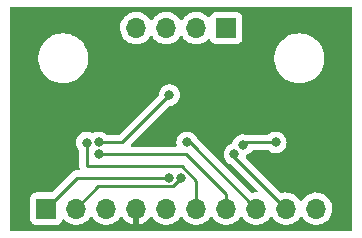
<source format=gbr>
%TF.GenerationSoftware,KiCad,Pcbnew,(6.0.5)*%
%TF.CreationDate,2022-10-11T14:38:52+01:00*%
%TF.ProjectId,IBBC_0001,49424243-5f30-4303-9031-2e6b69636164,rev?*%
%TF.SameCoordinates,Original*%
%TF.FileFunction,Copper,L2,Bot*%
%TF.FilePolarity,Positive*%
%FSLAX46Y46*%
G04 Gerber Fmt 4.6, Leading zero omitted, Abs format (unit mm)*
G04 Created by KiCad (PCBNEW (6.0.5)) date 2022-10-11 14:38:52*
%MOMM*%
%LPD*%
G01*
G04 APERTURE LIST*
%TA.AperFunction,ComponentPad*%
%ADD10R,1.700000X1.700000*%
%TD*%
%TA.AperFunction,ComponentPad*%
%ADD11O,1.700000X1.700000*%
%TD*%
%TA.AperFunction,ViaPad*%
%ADD12C,0.800000*%
%TD*%
%TA.AperFunction,Conductor*%
%ADD13C,0.250000*%
%TD*%
G04 APERTURE END LIST*
D10*
%TO.P,J1,1,Pin_1*%
%TO.N,EX01*%
X-11430000Y-7604010D03*
D11*
%TO.P,J1,2,Pin_2*%
%TO.N,EX02*%
X-8890000Y-7604010D03*
%TO.P,J1,3,Pin_3*%
%TO.N,Vin*%
X-6350000Y-7604010D03*
%TO.P,J1,4,Pin_4*%
%TO.N,GND*%
X-3810000Y-7604010D03*
%TO.P,J1,5,Pin_5*%
%TO.N,3v3*%
X-1270000Y-7604010D03*
%TO.P,J1,6,Pin_6*%
%TO.N,SDA*%
X1270000Y-7604010D03*
%TO.P,J1,7,Pin_7*%
%TO.N,SCL*%
X3810000Y-7604010D03*
%TO.P,J1,8,Pin_8*%
%TO.N,CS*%
X6350000Y-7604010D03*
%TO.P,J1,9,Pin_9*%
%TO.N,EX03*%
X8890000Y-7604010D03*
%TO.P,J1,10,Pin_10*%
%TO.N,EX04*%
X11430000Y-7604010D03*
%TD*%
%TO.P,J2,4,Pin_4*%
%TO.N,EX08*%
X-3810000Y7682089D03*
%TO.P,J2,3,Pin_3*%
%TO.N,EX07*%
X-1270000Y7682089D03*
%TO.P,J2,2,Pin_2*%
%TO.N,EX06*%
X1270000Y7682089D03*
D10*
%TO.P,J2,1,Pin_1*%
%TO.N,EX05*%
X3810000Y7682089D03*
%TD*%
D12*
%TO.N,CS*%
X498444Y-2010083D03*
%TO.N,SCL*%
X-7000000Y-3000000D03*
%TO.N,SDA*%
X-7999223Y-2023568D03*
%TO.N,GND*%
X3000000Y2000000D03*
%TO.N,Vin*%
X-7000000Y-2000000D03*
X-1000000Y2000000D03*
%TO.N,SDA*%
X8000000Y-2000000D03*
X5222944Y-2222944D03*
%TO.N,EX03*%
X4498444Y-3000000D03*
%TO.N,EX02*%
X12299Y-5012299D03*
%TO.N,EX01*%
X-1000000Y-5000000D03*
%TD*%
D13*
%TO.N,CS*%
X756073Y-2010083D02*
X6350000Y-7604010D01*
X498444Y-2010083D02*
X756073Y-2010083D01*
%TO.N,SCL*%
X3810000Y-6401929D02*
X408071Y-3000000D01*
X408071Y-3000000D02*
X-7000000Y-3000000D01*
X3810000Y-7604010D02*
X3810000Y-6401929D01*
%TO.N,SDA*%
X-8000000Y-2000000D02*
X-8000000Y-2022791D01*
X-8000000Y-4000000D02*
X-8000000Y-2000000D01*
X-8000000Y-2022791D02*
X-7999223Y-2023568D01*
X24614Y-4000000D02*
X-8000000Y-4000000D01*
X1270000Y-5245386D02*
X24614Y-4000000D01*
X1270000Y-7604010D02*
X1270000Y-5245386D01*
%TO.N,Vin*%
X-5000000Y-2000000D02*
X-7000000Y-2000000D01*
X-1000000Y2000000D02*
X-5000000Y-2000000D01*
%TO.N,SDA*%
X5445888Y-2000000D02*
X8000000Y-2000000D01*
X5222944Y-2222944D02*
X5445888Y-2000000D01*
%TO.N,EX03*%
X4498444Y-3000000D02*
X4498444Y-3212454D01*
X4498444Y-3212454D02*
X8890000Y-7604010D01*
%TO.N,EX02*%
X0Y-5000000D02*
X12299Y-5012299D01*
X0Y-5024614D02*
X0Y-5000000D01*
X-699897Y-5724511D02*
X0Y-5024614D01*
X-7010501Y-5724511D02*
X-699897Y-5724511D01*
X-8890000Y-7604010D02*
X-7010501Y-5724511D01*
%TO.N,EX01*%
X-8825990Y-5000000D02*
X-11430000Y-7604010D01*
X-1000000Y-5000000D02*
X-8825990Y-5000000D01*
%TD*%
%TA.AperFunction,Conductor*%
%TO.N,GND*%
G36*
X14433621Y9471498D02*
G01*
X14480114Y9417842D01*
X14491500Y9365500D01*
X14491500Y-9365500D01*
X14471498Y-9433621D01*
X14417842Y-9480114D01*
X14365500Y-9491500D01*
X-14365500Y-9491500D01*
X-14433621Y-9471498D01*
X-14480114Y-9417842D01*
X-14491500Y-9365500D01*
X-14491500Y-8502144D01*
X-12788500Y-8502144D01*
X-12781745Y-8564326D01*
X-12730615Y-8700715D01*
X-12643261Y-8817271D01*
X-12526705Y-8904625D01*
X-12390316Y-8955755D01*
X-12328134Y-8962510D01*
X-10531866Y-8962510D01*
X-10469684Y-8955755D01*
X-10333295Y-8904625D01*
X-10216739Y-8817271D01*
X-10129385Y-8700715D01*
X-10107201Y-8641539D01*
X-10085402Y-8583392D01*
X-10042760Y-8526628D01*
X-9976198Y-8501928D01*
X-9906850Y-8517136D01*
X-9872183Y-8545124D01*
X-9843750Y-8577948D01*
X-9671874Y-8720642D01*
X-9479000Y-8833348D01*
X-9270308Y-8913040D01*
X-9265240Y-8914071D01*
X-9265237Y-8914072D01*
X-9170138Y-8933420D01*
X-9051403Y-8957577D01*
X-9046228Y-8957767D01*
X-9046226Y-8957767D01*
X-8833327Y-8965574D01*
X-8833323Y-8965574D01*
X-8828163Y-8965763D01*
X-8823043Y-8965107D01*
X-8823041Y-8965107D01*
X-8611712Y-8938035D01*
X-8611711Y-8938035D01*
X-8606584Y-8937378D01*
X-8601634Y-8935893D01*
X-8397571Y-8874671D01*
X-8397566Y-8874669D01*
X-8392616Y-8873184D01*
X-8192006Y-8774906D01*
X-8010140Y-8645183D01*
X-7851904Y-8487499D01*
X-7721547Y-8306087D01*
X-7720224Y-8307038D01*
X-7673355Y-8263867D01*
X-7603420Y-8251635D01*
X-7537974Y-8279154D01*
X-7510125Y-8311004D01*
X-7450013Y-8409098D01*
X-7303750Y-8577948D01*
X-7131874Y-8720642D01*
X-6939000Y-8833348D01*
X-6730308Y-8913040D01*
X-6725240Y-8914071D01*
X-6725237Y-8914072D01*
X-6630138Y-8933420D01*
X-6511403Y-8957577D01*
X-6506228Y-8957767D01*
X-6506226Y-8957767D01*
X-6293327Y-8965574D01*
X-6293323Y-8965574D01*
X-6288163Y-8965763D01*
X-6283043Y-8965107D01*
X-6283041Y-8965107D01*
X-6071712Y-8938035D01*
X-6071711Y-8938035D01*
X-6066584Y-8937378D01*
X-6061634Y-8935893D01*
X-5857571Y-8874671D01*
X-5857566Y-8874669D01*
X-5852616Y-8873184D01*
X-5652006Y-8774906D01*
X-5470140Y-8645183D01*
X-5311904Y-8487499D01*
X-5181547Y-8306087D01*
X-5180360Y-8306940D01*
X-5133040Y-8263372D01*
X-5063103Y-8251155D01*
X-4997662Y-8278688D01*
X-4969834Y-8310521D01*
X-4912306Y-8404398D01*
X-4906223Y-8412709D01*
X-4766787Y-8573677D01*
X-4759420Y-8580893D01*
X-4595566Y-8716926D01*
X-4587119Y-8722841D01*
X-4403244Y-8830289D01*
X-4393958Y-8834739D01*
X-4194999Y-8910713D01*
X-4185101Y-8913589D01*
X-4081750Y-8934616D01*
X-4067701Y-8933420D01*
X-4064000Y-8923075D01*
X-4064000Y-7476010D01*
X-4043998Y-7407889D01*
X-3990342Y-7361396D01*
X-3938000Y-7350010D01*
X-3682000Y-7350010D01*
X-3613879Y-7370012D01*
X-3567386Y-7423668D01*
X-3556000Y-7476010D01*
X-3556000Y-8922527D01*
X-3551936Y-8936369D01*
X-3538522Y-8938403D01*
X-3531816Y-8937544D01*
X-3521738Y-8935402D01*
X-3317745Y-8874201D01*
X-3308158Y-8870443D01*
X-3116905Y-8776749D01*
X-3108055Y-8771474D01*
X-2934672Y-8647802D01*
X-2926800Y-8641149D01*
X-2775948Y-8490822D01*
X-2769270Y-8482975D01*
X-2641978Y-8305829D01*
X-2640721Y-8306732D01*
X-2593627Y-8263372D01*
X-2523689Y-8251155D01*
X-2458249Y-8278688D01*
X-2430421Y-8310521D01*
X-2370013Y-8409098D01*
X-2223750Y-8577948D01*
X-2051874Y-8720642D01*
X-1859000Y-8833348D01*
X-1650308Y-8913040D01*
X-1645240Y-8914071D01*
X-1645237Y-8914072D01*
X-1550138Y-8933420D01*
X-1431403Y-8957577D01*
X-1426228Y-8957767D01*
X-1426226Y-8957767D01*
X-1213327Y-8965574D01*
X-1213323Y-8965574D01*
X-1208163Y-8965763D01*
X-1203043Y-8965107D01*
X-1203041Y-8965107D01*
X-991712Y-8938035D01*
X-991711Y-8938035D01*
X-986584Y-8937378D01*
X-981634Y-8935893D01*
X-777571Y-8874671D01*
X-777566Y-8874669D01*
X-772616Y-8873184D01*
X-572006Y-8774906D01*
X-390140Y-8645183D01*
X-231904Y-8487499D01*
X-101547Y-8306087D01*
X-100224Y-8307038D01*
X-53355Y-8263867D01*
X16580Y-8251635D01*
X82026Y-8279154D01*
X109875Y-8311004D01*
X169987Y-8409098D01*
X316250Y-8577948D01*
X488126Y-8720642D01*
X681000Y-8833348D01*
X889692Y-8913040D01*
X894760Y-8914071D01*
X894763Y-8914072D01*
X989862Y-8933420D01*
X1108597Y-8957577D01*
X1113772Y-8957767D01*
X1113774Y-8957767D01*
X1326673Y-8965574D01*
X1326677Y-8965574D01*
X1331837Y-8965763D01*
X1336957Y-8965107D01*
X1336959Y-8965107D01*
X1548288Y-8938035D01*
X1548289Y-8938035D01*
X1553416Y-8937378D01*
X1558366Y-8935893D01*
X1762429Y-8874671D01*
X1762434Y-8874669D01*
X1767384Y-8873184D01*
X1967994Y-8774906D01*
X2149860Y-8645183D01*
X2308096Y-8487499D01*
X2438453Y-8306087D01*
X2439776Y-8307038D01*
X2486645Y-8263867D01*
X2556580Y-8251635D01*
X2622026Y-8279154D01*
X2649875Y-8311004D01*
X2709987Y-8409098D01*
X2856250Y-8577948D01*
X3028126Y-8720642D01*
X3221000Y-8833348D01*
X3429692Y-8913040D01*
X3434760Y-8914071D01*
X3434763Y-8914072D01*
X3529862Y-8933420D01*
X3648597Y-8957577D01*
X3653772Y-8957767D01*
X3653774Y-8957767D01*
X3866673Y-8965574D01*
X3866677Y-8965574D01*
X3871837Y-8965763D01*
X3876957Y-8965107D01*
X3876959Y-8965107D01*
X4088288Y-8938035D01*
X4088289Y-8938035D01*
X4093416Y-8937378D01*
X4098366Y-8935893D01*
X4302429Y-8874671D01*
X4302434Y-8874669D01*
X4307384Y-8873184D01*
X4507994Y-8774906D01*
X4689860Y-8645183D01*
X4848096Y-8487499D01*
X4978453Y-8306087D01*
X4979776Y-8307038D01*
X5026645Y-8263867D01*
X5096580Y-8251635D01*
X5162026Y-8279154D01*
X5189875Y-8311004D01*
X5249987Y-8409098D01*
X5396250Y-8577948D01*
X5568126Y-8720642D01*
X5761000Y-8833348D01*
X5969692Y-8913040D01*
X5974760Y-8914071D01*
X5974763Y-8914072D01*
X6069862Y-8933420D01*
X6188597Y-8957577D01*
X6193772Y-8957767D01*
X6193774Y-8957767D01*
X6406673Y-8965574D01*
X6406677Y-8965574D01*
X6411837Y-8965763D01*
X6416957Y-8965107D01*
X6416959Y-8965107D01*
X6628288Y-8938035D01*
X6628289Y-8938035D01*
X6633416Y-8937378D01*
X6638366Y-8935893D01*
X6842429Y-8874671D01*
X6842434Y-8874669D01*
X6847384Y-8873184D01*
X7047994Y-8774906D01*
X7229860Y-8645183D01*
X7388096Y-8487499D01*
X7518453Y-8306087D01*
X7519776Y-8307038D01*
X7566645Y-8263867D01*
X7636580Y-8251635D01*
X7702026Y-8279154D01*
X7729875Y-8311004D01*
X7789987Y-8409098D01*
X7936250Y-8577948D01*
X8108126Y-8720642D01*
X8301000Y-8833348D01*
X8509692Y-8913040D01*
X8514760Y-8914071D01*
X8514763Y-8914072D01*
X8609862Y-8933420D01*
X8728597Y-8957577D01*
X8733772Y-8957767D01*
X8733774Y-8957767D01*
X8946673Y-8965574D01*
X8946677Y-8965574D01*
X8951837Y-8965763D01*
X8956957Y-8965107D01*
X8956959Y-8965107D01*
X9168288Y-8938035D01*
X9168289Y-8938035D01*
X9173416Y-8937378D01*
X9178366Y-8935893D01*
X9382429Y-8874671D01*
X9382434Y-8874669D01*
X9387384Y-8873184D01*
X9587994Y-8774906D01*
X9769860Y-8645183D01*
X9928096Y-8487499D01*
X10058453Y-8306087D01*
X10059776Y-8307038D01*
X10106645Y-8263867D01*
X10176580Y-8251635D01*
X10242026Y-8279154D01*
X10269875Y-8311004D01*
X10329987Y-8409098D01*
X10476250Y-8577948D01*
X10648126Y-8720642D01*
X10841000Y-8833348D01*
X11049692Y-8913040D01*
X11054760Y-8914071D01*
X11054763Y-8914072D01*
X11149862Y-8933420D01*
X11268597Y-8957577D01*
X11273772Y-8957767D01*
X11273774Y-8957767D01*
X11486673Y-8965574D01*
X11486677Y-8965574D01*
X11491837Y-8965763D01*
X11496957Y-8965107D01*
X11496959Y-8965107D01*
X11708288Y-8938035D01*
X11708289Y-8938035D01*
X11713416Y-8937378D01*
X11718366Y-8935893D01*
X11922429Y-8874671D01*
X11922434Y-8874669D01*
X11927384Y-8873184D01*
X12127994Y-8774906D01*
X12309860Y-8645183D01*
X12468096Y-8487499D01*
X12598453Y-8306087D01*
X12611995Y-8278688D01*
X12695136Y-8110463D01*
X12695137Y-8110461D01*
X12697430Y-8105821D01*
X12762370Y-7892079D01*
X12791529Y-7670600D01*
X12793156Y-7604010D01*
X12774852Y-7381371D01*
X12720431Y-7164712D01*
X12631354Y-6959850D01*
X12510014Y-6772287D01*
X12359670Y-6607061D01*
X12355616Y-6603859D01*
X12355615Y-6603858D01*
X12188414Y-6471810D01*
X12188410Y-6471808D01*
X12184359Y-6468608D01*
X12179831Y-6466108D01*
X12063988Y-6402160D01*
X11988789Y-6360648D01*
X11983920Y-6358924D01*
X11983916Y-6358922D01*
X11783087Y-6287805D01*
X11783083Y-6287804D01*
X11778212Y-6286079D01*
X11773119Y-6285172D01*
X11773116Y-6285171D01*
X11563373Y-6247810D01*
X11563367Y-6247809D01*
X11558284Y-6246904D01*
X11484452Y-6246002D01*
X11340081Y-6244238D01*
X11340079Y-6244238D01*
X11334911Y-6244175D01*
X11114091Y-6277965D01*
X10901756Y-6347367D01*
X10871443Y-6363147D01*
X10727975Y-6437832D01*
X10703607Y-6450517D01*
X10699474Y-6453620D01*
X10699471Y-6453622D01*
X10533172Y-6578483D01*
X10524965Y-6584645D01*
X10370629Y-6746148D01*
X10263201Y-6903631D01*
X10208293Y-6948631D01*
X10137768Y-6956802D01*
X10074021Y-6925548D01*
X10053324Y-6901064D01*
X9972822Y-6776627D01*
X9972820Y-6776624D01*
X9970014Y-6772287D01*
X9819670Y-6607061D01*
X9815616Y-6603859D01*
X9815615Y-6603858D01*
X9648414Y-6471810D01*
X9648410Y-6471808D01*
X9644359Y-6468608D01*
X9639831Y-6466108D01*
X9523988Y-6402160D01*
X9448789Y-6360648D01*
X9443920Y-6358924D01*
X9443916Y-6358922D01*
X9243087Y-6287805D01*
X9243083Y-6287804D01*
X9238212Y-6286079D01*
X9233119Y-6285172D01*
X9233116Y-6285171D01*
X9023373Y-6247810D01*
X9023367Y-6247809D01*
X9018284Y-6246904D01*
X8944452Y-6246002D01*
X8800081Y-6244238D01*
X8800079Y-6244238D01*
X8794911Y-6244175D01*
X8574091Y-6277965D01*
X8561532Y-6282070D01*
X8490568Y-6284220D01*
X8433294Y-6251399D01*
X5474616Y-3292721D01*
X5440590Y-3230409D01*
X5445655Y-3159594D01*
X5488202Y-3102758D01*
X5512462Y-3088519D01*
X5673666Y-3016747D01*
X5673668Y-3016746D01*
X5679696Y-3014062D01*
X5834197Y-2901810D01*
X5931447Y-2793803D01*
X5957565Y-2764796D01*
X5957566Y-2764795D01*
X5961984Y-2759888D01*
X5998581Y-2696500D01*
X6049963Y-2647507D01*
X6107700Y-2633500D01*
X7291800Y-2633500D01*
X7359921Y-2653502D01*
X7379147Y-2669843D01*
X7379420Y-2669540D01*
X7384332Y-2673963D01*
X7388747Y-2678866D01*
X7410329Y-2694546D01*
X7492394Y-2754170D01*
X7543248Y-2791118D01*
X7549276Y-2793802D01*
X7549278Y-2793803D01*
X7600560Y-2816635D01*
X7717712Y-2868794D01*
X7811112Y-2888647D01*
X7898056Y-2907128D01*
X7898061Y-2907128D01*
X7904513Y-2908500D01*
X8095487Y-2908500D01*
X8101939Y-2907128D01*
X8101944Y-2907128D01*
X8188888Y-2888647D01*
X8282288Y-2868794D01*
X8399440Y-2816635D01*
X8450722Y-2793803D01*
X8450724Y-2793802D01*
X8456752Y-2791118D01*
X8611253Y-2678866D01*
X8639489Y-2647507D01*
X8734621Y-2541852D01*
X8734622Y-2541851D01*
X8739040Y-2536944D01*
X8834527Y-2371556D01*
X8893542Y-2189928D01*
X8913504Y-2000000D01*
X8898545Y-1857673D01*
X8894232Y-1816635D01*
X8894232Y-1816633D01*
X8893542Y-1810072D01*
X8834527Y-1628444D01*
X8739040Y-1463056D01*
X8710921Y-1431826D01*
X8615675Y-1326045D01*
X8615674Y-1326044D01*
X8611253Y-1321134D01*
X8494532Y-1236331D01*
X8462094Y-1212763D01*
X8462093Y-1212762D01*
X8456752Y-1208882D01*
X8450724Y-1206198D01*
X8450722Y-1206197D01*
X8288319Y-1133891D01*
X8288318Y-1133891D01*
X8282288Y-1131206D01*
X8188887Y-1111353D01*
X8101944Y-1092872D01*
X8101939Y-1092872D01*
X8095487Y-1091500D01*
X7904513Y-1091500D01*
X7898061Y-1092872D01*
X7898056Y-1092872D01*
X7811113Y-1111353D01*
X7717712Y-1131206D01*
X7711682Y-1133891D01*
X7711681Y-1133891D01*
X7549278Y-1206197D01*
X7549276Y-1206198D01*
X7543248Y-1208882D01*
X7537907Y-1212762D01*
X7537906Y-1212763D01*
X7505468Y-1236331D01*
X7388747Y-1321134D01*
X7384332Y-1326037D01*
X7379420Y-1330460D01*
X7378295Y-1329211D01*
X7324986Y-1362051D01*
X7291800Y-1366500D01*
X5559753Y-1366500D01*
X5517951Y-1357616D01*
X5517542Y-1358876D01*
X5511268Y-1356837D01*
X5505232Y-1354150D01*
X5420446Y-1336128D01*
X5324888Y-1315816D01*
X5324883Y-1315816D01*
X5318431Y-1314444D01*
X5127457Y-1314444D01*
X5121005Y-1315816D01*
X5121000Y-1315816D01*
X5034057Y-1334297D01*
X4940656Y-1354150D01*
X4934626Y-1356835D01*
X4934625Y-1356835D01*
X4772222Y-1429141D01*
X4772220Y-1429142D01*
X4766192Y-1431826D01*
X4611691Y-1544078D01*
X4607270Y-1548988D01*
X4607269Y-1548989D01*
X4520993Y-1644809D01*
X4483904Y-1686000D01*
X4388417Y-1851388D01*
X4329402Y-2033016D01*
X4329287Y-2032979D01*
X4296925Y-2092922D01*
X4233607Y-2127497D01*
X4216156Y-2131206D01*
X4210127Y-2133890D01*
X4210128Y-2133890D01*
X4047722Y-2206197D01*
X4047720Y-2206198D01*
X4041692Y-2208882D01*
X4036351Y-2212762D01*
X4036350Y-2212763D01*
X4022855Y-2222568D01*
X3887191Y-2321134D01*
X3759404Y-2463056D01*
X3663917Y-2628444D01*
X3604902Y-2810072D01*
X3584940Y-3000000D01*
X3604902Y-3189928D01*
X3663917Y-3371556D01*
X3759404Y-3536944D01*
X3887191Y-3678866D01*
X4041692Y-3791118D01*
X4047720Y-3793802D01*
X4047722Y-3793803D01*
X4210123Y-3866108D01*
X4216156Y-3868794D01*
X4233907Y-3872567D01*
X4296804Y-3906718D01*
X6420085Y-6030000D01*
X6454111Y-6092312D01*
X6449046Y-6163128D01*
X6406499Y-6219963D01*
X6339979Y-6244774D01*
X6329458Y-6245086D01*
X6281416Y-6244499D01*
X6260080Y-6244238D01*
X6260078Y-6244238D01*
X6254911Y-6244175D01*
X6034091Y-6277965D01*
X6021532Y-6282070D01*
X5950568Y-6284220D01*
X5893294Y-6251399D01*
X1379654Y-1737759D01*
X1348916Y-1687601D01*
X1339395Y-1658297D01*
X1332971Y-1638527D01*
X1323846Y-1622721D01*
X1248571Y-1492342D01*
X1237484Y-1473139D01*
X1109697Y-1331217D01*
X979098Y-1236331D01*
X960538Y-1222846D01*
X960537Y-1222845D01*
X955196Y-1218965D01*
X949168Y-1216281D01*
X949166Y-1216280D01*
X786763Y-1143974D01*
X786762Y-1143974D01*
X780732Y-1141289D01*
X687331Y-1121436D01*
X600388Y-1102955D01*
X600383Y-1102955D01*
X593931Y-1101583D01*
X402957Y-1101583D01*
X396505Y-1102955D01*
X396500Y-1102955D01*
X309557Y-1121436D01*
X216156Y-1141289D01*
X210126Y-1143974D01*
X210125Y-1143974D01*
X47722Y-1216280D01*
X47720Y-1216281D01*
X41692Y-1218965D01*
X36351Y-1222845D01*
X36350Y-1222846D01*
X17790Y-1236331D01*
X-112809Y-1331217D01*
X-240596Y-1473139D01*
X-251683Y-1492342D01*
X-326957Y-1622721D01*
X-336083Y-1638527D01*
X-395098Y-1820155D01*
X-395788Y-1826716D01*
X-395788Y-1826718D01*
X-397205Y-1840203D01*
X-415060Y-2010083D01*
X-414370Y-2016648D01*
X-402719Y-2127497D01*
X-395098Y-2200011D01*
X-393059Y-2206288D01*
X-391685Y-2212749D01*
X-394263Y-2213297D01*
X-392558Y-2272503D01*
X-429206Y-2333310D01*
X-492911Y-2364650D01*
X-514426Y-2366500D01*
X-4166406Y-2366500D01*
X-4234527Y-2346498D01*
X-4281020Y-2292842D01*
X-4291124Y-2222568D01*
X-4261630Y-2157988D01*
X-4255501Y-2151405D01*
X-1049501Y1054595D01*
X-987189Y1088621D01*
X-960406Y1091500D01*
X-904513Y1091500D01*
X-898061Y1092872D01*
X-898056Y1092872D01*
X-811113Y1111353D01*
X-717712Y1131206D01*
X-711681Y1133891D01*
X-549278Y1206197D01*
X-549276Y1206198D01*
X-543248Y1208882D01*
X-388747Y1321134D01*
X-260960Y1463056D01*
X-165473Y1628444D01*
X-106458Y1810072D01*
X-86496Y2000000D01*
X-106458Y2189928D01*
X-165473Y2371556D01*
X-260960Y2536944D01*
X-388747Y2678866D01*
X-543248Y2791118D01*
X-549276Y2793802D01*
X-549278Y2793803D01*
X-711681Y2866109D01*
X-711682Y2866109D01*
X-717712Y2868794D01*
X-811112Y2888647D01*
X-898056Y2907128D01*
X-898061Y2907128D01*
X-904513Y2908500D01*
X-1095487Y2908500D01*
X-1101939Y2907128D01*
X-1101944Y2907128D01*
X-1188888Y2888647D01*
X-1282288Y2868794D01*
X-1288318Y2866109D01*
X-1288319Y2866109D01*
X-1450722Y2793803D01*
X-1450724Y2793802D01*
X-1456752Y2791118D01*
X-1611253Y2678866D01*
X-1739040Y2536944D01*
X-1834527Y2371556D01*
X-1893542Y2189928D01*
X-1894232Y2183367D01*
X-1894232Y2183365D01*
X-1910907Y2024708D01*
X-1937920Y1959051D01*
X-1947122Y1948783D01*
X-5225500Y-1329595D01*
X-5287812Y-1363621D01*
X-5314595Y-1366500D01*
X-6291800Y-1366500D01*
X-6359921Y-1346498D01*
X-6379147Y-1330157D01*
X-6379420Y-1330460D01*
X-6384332Y-1326037D01*
X-6388747Y-1321134D01*
X-6505468Y-1236331D01*
X-6537906Y-1212763D01*
X-6537907Y-1212762D01*
X-6543248Y-1208882D01*
X-6549276Y-1206198D01*
X-6549278Y-1206197D01*
X-6711681Y-1133891D01*
X-6711682Y-1133891D01*
X-6717712Y-1131206D01*
X-6811113Y-1111353D01*
X-6898056Y-1092872D01*
X-6898061Y-1092872D01*
X-6904513Y-1091500D01*
X-7095487Y-1091500D01*
X-7101939Y-1092872D01*
X-7101944Y-1092872D01*
X-7188887Y-1111353D01*
X-7282288Y-1131206D01*
X-7288318Y-1133891D01*
X-7288319Y-1133891D01*
X-7450722Y-1206197D01*
X-7450724Y-1206198D01*
X-7456752Y-1208882D01*
X-7461156Y-1212082D01*
X-7529732Y-1228722D01*
X-7574990Y-1217971D01*
X-7710900Y-1157460D01*
X-7710908Y-1157457D01*
X-7716935Y-1154774D01*
X-7827813Y-1131206D01*
X-7897279Y-1116440D01*
X-7897284Y-1116440D01*
X-7903736Y-1115068D01*
X-8094710Y-1115068D01*
X-8101162Y-1116440D01*
X-8101167Y-1116440D01*
X-8170633Y-1131206D01*
X-8281511Y-1154774D01*
X-8287541Y-1157459D01*
X-8287542Y-1157459D01*
X-8449945Y-1229765D01*
X-8449947Y-1229766D01*
X-8455975Y-1232450D01*
X-8610476Y-1344702D01*
X-8738263Y-1486624D01*
X-8796537Y-1587558D01*
X-8829591Y-1644809D01*
X-8833750Y-1652012D01*
X-8892765Y-1833640D01*
X-8893455Y-1840201D01*
X-8893455Y-1840203D01*
X-8895291Y-1857673D01*
X-8912727Y-2023568D01*
X-8912037Y-2030133D01*
X-8894182Y-2200011D01*
X-8892765Y-2213496D01*
X-8833750Y-2395124D01*
X-8738263Y-2560512D01*
X-8665863Y-2640920D01*
X-8635147Y-2704926D01*
X-8633500Y-2725229D01*
X-8633500Y-3928207D01*
X-8635732Y-3951816D01*
X-8637275Y-3959906D01*
X-8636777Y-3967817D01*
X-8633749Y-4015951D01*
X-8633500Y-4023862D01*
X-8633500Y-4039856D01*
X-8631494Y-4055730D01*
X-8630752Y-4063590D01*
X-8627225Y-4119650D01*
X-8624775Y-4127191D01*
X-8624679Y-4127487D01*
X-8619506Y-4150631D01*
X-8619468Y-4150935D01*
X-8619467Y-4150940D01*
X-8618474Y-4158797D01*
X-8615558Y-4166162D01*
X-8604490Y-4194116D01*
X-8598011Y-4264816D01*
X-8630783Y-4327796D01*
X-8692402Y-4363060D01*
X-8721642Y-4366500D01*
X-8747223Y-4366500D01*
X-8758406Y-4365973D01*
X-8765899Y-4364298D01*
X-8773825Y-4364547D01*
X-8773826Y-4364547D01*
X-8833976Y-4366438D01*
X-8837935Y-4366500D01*
X-8865846Y-4366500D01*
X-8869780Y-4366997D01*
X-8869781Y-4366997D01*
X-8869846Y-4367005D01*
X-8881683Y-4367938D01*
X-8913500Y-4368938D01*
X-8917961Y-4369078D01*
X-8925880Y-4369327D01*
X-8943536Y-4374456D01*
X-8945332Y-4374978D01*
X-8964684Y-4378986D01*
X-8971755Y-4379880D01*
X-8984787Y-4381526D01*
X-8992156Y-4384443D01*
X-8992158Y-4384444D01*
X-9025893Y-4397800D01*
X-9037121Y-4401645D01*
X-9079583Y-4413982D01*
X-9086405Y-4418016D01*
X-9086411Y-4418019D01*
X-9097022Y-4424294D01*
X-9114772Y-4432990D01*
X-9126234Y-4437528D01*
X-9126239Y-4437531D01*
X-9133607Y-4440448D01*
X-9140022Y-4445109D01*
X-9169365Y-4466427D01*
X-9179283Y-4472943D01*
X-9197971Y-4483995D01*
X-9217353Y-4495458D01*
X-9231677Y-4509782D01*
X-9246709Y-4522621D01*
X-9263097Y-4534528D01*
X-9291278Y-4568593D01*
X-9299268Y-4577373D01*
X-10930500Y-6208605D01*
X-10992812Y-6242631D01*
X-11019595Y-6245510D01*
X-12328134Y-6245510D01*
X-12390316Y-6252265D01*
X-12526705Y-6303395D01*
X-12643261Y-6390749D01*
X-12730615Y-6507305D01*
X-12781745Y-6643694D01*
X-12788500Y-6705876D01*
X-12788500Y-8502144D01*
X-14491500Y-8502144D01*
X-14491500Y4981103D01*
X-12109257Y4981103D01*
X-12071732Y4696072D01*
X-11995871Y4418770D01*
X-11883077Y4154330D01*
X-11735439Y3907645D01*
X-11555687Y3683278D01*
X-11347149Y3485383D01*
X-11113683Y3317620D01*
X-11109888Y3315611D01*
X-11109887Y3315610D01*
X-11088131Y3304091D01*
X-10859608Y3183094D01*
X-10589627Y3084295D01*
X-10308736Y3023051D01*
X-10280159Y3020802D01*
X-10085718Y3005499D01*
X-10085709Y3005499D01*
X-10083261Y3005306D01*
X-9927729Y3005306D01*
X-9925593Y3005452D01*
X-9925582Y3005452D01*
X-9717452Y3019641D01*
X-9717446Y3019642D01*
X-9713175Y3019933D01*
X-9708980Y3020802D01*
X-9708978Y3020802D01*
X-9572416Y3049083D01*
X-9431658Y3078232D01*
X-9160657Y3174199D01*
X-8905188Y3306056D01*
X-8901687Y3308517D01*
X-8901683Y3308519D01*
X-8787583Y3388710D01*
X-8669977Y3471365D01*
X-8459378Y3667066D01*
X-8277287Y3889538D01*
X-8127073Y4134664D01*
X-8011517Y4397908D01*
X-7932756Y4674400D01*
X-7892249Y4959022D01*
X-7892155Y4976855D01*
X-7892133Y4981103D01*
X7890743Y4981103D01*
X7928268Y4696072D01*
X8004129Y4418770D01*
X8116923Y4154330D01*
X8264561Y3907645D01*
X8444313Y3683278D01*
X8652851Y3485383D01*
X8886317Y3317620D01*
X8890112Y3315611D01*
X8890113Y3315610D01*
X8911869Y3304091D01*
X9140392Y3183094D01*
X9410373Y3084295D01*
X9691264Y3023051D01*
X9719841Y3020802D01*
X9914282Y3005499D01*
X9914291Y3005499D01*
X9916739Y3005306D01*
X10072271Y3005306D01*
X10074407Y3005452D01*
X10074418Y3005452D01*
X10282548Y3019641D01*
X10282554Y3019642D01*
X10286825Y3019933D01*
X10291020Y3020802D01*
X10291022Y3020802D01*
X10427583Y3049082D01*
X10568342Y3078232D01*
X10839343Y3174199D01*
X11094812Y3306056D01*
X11098313Y3308517D01*
X11098317Y3308519D01*
X11212418Y3388711D01*
X11330023Y3471365D01*
X11540622Y3667066D01*
X11722713Y3889538D01*
X11872927Y4134664D01*
X11988483Y4397908D01*
X12067244Y4674400D01*
X12107751Y4959022D01*
X12107845Y4976855D01*
X12109235Y5242223D01*
X12109235Y5242230D01*
X12109257Y5246509D01*
X12071732Y5531540D01*
X11995871Y5808842D01*
X11883077Y6073282D01*
X11735439Y6319967D01*
X11555687Y6544334D01*
X11387700Y6703748D01*
X11350258Y6739279D01*
X11350255Y6739281D01*
X11347149Y6742229D01*
X11113683Y6909992D01*
X11091843Y6921556D01*
X10990725Y6975095D01*
X10859608Y7044518D01*
X10589627Y7143317D01*
X10308736Y7204561D01*
X10277685Y7207005D01*
X10085718Y7222113D01*
X10085709Y7222113D01*
X10083261Y7222306D01*
X9927729Y7222306D01*
X9925593Y7222160D01*
X9925582Y7222160D01*
X9717452Y7207971D01*
X9717446Y7207970D01*
X9713175Y7207679D01*
X9708980Y7206810D01*
X9708978Y7206810D01*
X9649096Y7194409D01*
X9431658Y7149380D01*
X9160657Y7053413D01*
X8905188Y6921556D01*
X8901687Y6919095D01*
X8901683Y6919093D01*
X8787582Y6838901D01*
X8669977Y6756247D01*
X8591597Y6683412D01*
X8464663Y6565457D01*
X8459378Y6560546D01*
X8277287Y6338074D01*
X8127073Y6092948D01*
X8011517Y5829704D01*
X7932756Y5553212D01*
X7892249Y5268590D01*
X7892227Y5264301D01*
X7892226Y5264294D01*
X7890765Y4985389D01*
X7890743Y4981103D01*
X-7892133Y4981103D01*
X-7890765Y5242223D01*
X-7890765Y5242230D01*
X-7890743Y5246509D01*
X-7928268Y5531540D01*
X-8004129Y5808842D01*
X-8116923Y6073282D01*
X-8264561Y6319967D01*
X-8444313Y6544334D01*
X-8612300Y6703748D01*
X-8649742Y6739279D01*
X-8649745Y6739281D01*
X-8652851Y6742229D01*
X-8886317Y6909992D01*
X-8908157Y6921556D01*
X-9009275Y6975095D01*
X-9140392Y7044518D01*
X-9410373Y7143317D01*
X-9691264Y7204561D01*
X-9722315Y7207005D01*
X-9914282Y7222113D01*
X-9914291Y7222113D01*
X-9916739Y7222306D01*
X-10072271Y7222306D01*
X-10074407Y7222160D01*
X-10074418Y7222160D01*
X-10282548Y7207971D01*
X-10282554Y7207970D01*
X-10286825Y7207679D01*
X-10291020Y7206810D01*
X-10291022Y7206810D01*
X-10350904Y7194409D01*
X-10568342Y7149380D01*
X-10839343Y7053413D01*
X-11094812Y6921556D01*
X-11098313Y6919095D01*
X-11098317Y6919093D01*
X-11212418Y6838901D01*
X-11330023Y6756247D01*
X-11408403Y6683412D01*
X-11535337Y6565457D01*
X-11540622Y6560546D01*
X-11722713Y6338074D01*
X-11872927Y6092948D01*
X-11988483Y5829704D01*
X-12067244Y5553212D01*
X-12107751Y5268590D01*
X-12107773Y5264301D01*
X-12107774Y5264294D01*
X-12109235Y4985389D01*
X-12109257Y4981103D01*
X-14491500Y4981103D01*
X-14491500Y7715394D01*
X-5172749Y7715394D01*
X-5159890Y7492374D01*
X-5158753Y7487328D01*
X-5158752Y7487322D01*
X-5134696Y7380581D01*
X-5110778Y7274450D01*
X-5026734Y7067473D01*
X-4989315Y7006411D01*
X-4912709Y6881401D01*
X-4910013Y6877001D01*
X-4763750Y6708151D01*
X-4591874Y6565457D01*
X-4399000Y6452751D01*
X-4190308Y6373059D01*
X-4185240Y6372028D01*
X-4185237Y6372027D01*
X-4077983Y6350206D01*
X-3971403Y6328522D01*
X-3966228Y6328332D01*
X-3966226Y6328332D01*
X-3753327Y6320525D01*
X-3753323Y6320525D01*
X-3748163Y6320336D01*
X-3743043Y6320992D01*
X-3743041Y6320992D01*
X-3531712Y6348064D01*
X-3531711Y6348064D01*
X-3526584Y6348721D01*
X-3521634Y6350206D01*
X-3317571Y6411428D01*
X-3317566Y6411430D01*
X-3312616Y6412915D01*
X-3112006Y6511193D01*
X-2930140Y6640916D01*
X-2771904Y6798600D01*
X-2712406Y6881400D01*
X-2641547Y6980012D01*
X-2640224Y6979061D01*
X-2593355Y7022232D01*
X-2523420Y7034464D01*
X-2457974Y7006945D01*
X-2430125Y6975095D01*
X-2370013Y6877001D01*
X-2223750Y6708151D01*
X-2051874Y6565457D01*
X-1859000Y6452751D01*
X-1650308Y6373059D01*
X-1645240Y6372028D01*
X-1645237Y6372027D01*
X-1537983Y6350206D01*
X-1431403Y6328522D01*
X-1426228Y6328332D01*
X-1426226Y6328332D01*
X-1213327Y6320525D01*
X-1213323Y6320525D01*
X-1208163Y6320336D01*
X-1203043Y6320992D01*
X-1203041Y6320992D01*
X-991712Y6348064D01*
X-991711Y6348064D01*
X-986584Y6348721D01*
X-981634Y6350206D01*
X-777571Y6411428D01*
X-777566Y6411430D01*
X-772616Y6412915D01*
X-572006Y6511193D01*
X-390140Y6640916D01*
X-231904Y6798600D01*
X-172406Y6881400D01*
X-101547Y6980012D01*
X-100224Y6979061D01*
X-53355Y7022232D01*
X16580Y7034464D01*
X82026Y7006945D01*
X109875Y6975095D01*
X169987Y6877001D01*
X316250Y6708151D01*
X488126Y6565457D01*
X681000Y6452751D01*
X889692Y6373059D01*
X894760Y6372028D01*
X894763Y6372027D01*
X1002017Y6350206D01*
X1108597Y6328522D01*
X1113772Y6328332D01*
X1113774Y6328332D01*
X1326673Y6320525D01*
X1326677Y6320525D01*
X1331837Y6320336D01*
X1336957Y6320992D01*
X1336959Y6320992D01*
X1548288Y6348064D01*
X1548289Y6348064D01*
X1553416Y6348721D01*
X1558366Y6350206D01*
X1762429Y6411428D01*
X1762434Y6411430D01*
X1767384Y6412915D01*
X1967994Y6511193D01*
X2149860Y6640916D01*
X2258091Y6748770D01*
X2320462Y6782685D01*
X2391268Y6777497D01*
X2448030Y6734851D01*
X2465012Y6703748D01*
X2509385Y6585384D01*
X2596739Y6468828D01*
X2713295Y6381474D01*
X2849684Y6330344D01*
X2911866Y6323589D01*
X4708134Y6323589D01*
X4770316Y6330344D01*
X4906705Y6381474D01*
X5023261Y6468828D01*
X5110615Y6585384D01*
X5161745Y6721773D01*
X5168500Y6783955D01*
X5168500Y8580223D01*
X5161745Y8642405D01*
X5110615Y8778794D01*
X5023261Y8895350D01*
X4906705Y8982704D01*
X4770316Y9033834D01*
X4708134Y9040589D01*
X2911866Y9040589D01*
X2849684Y9033834D01*
X2713295Y8982704D01*
X2596739Y8895350D01*
X2509385Y8778794D01*
X2506233Y8770386D01*
X2464919Y8660182D01*
X2422277Y8603418D01*
X2355716Y8578718D01*
X2286367Y8593926D01*
X2253743Y8619613D01*
X2203151Y8675214D01*
X2203142Y8675223D01*
X2199670Y8679038D01*
X2195619Y8682237D01*
X2195615Y8682241D01*
X2028414Y8814289D01*
X2028410Y8814291D01*
X2024359Y8817491D01*
X1828789Y8925451D01*
X1823920Y8927175D01*
X1823916Y8927177D01*
X1623087Y8998294D01*
X1623083Y8998295D01*
X1618212Y9000020D01*
X1613119Y9000927D01*
X1613116Y9000928D01*
X1403373Y9038289D01*
X1403367Y9038290D01*
X1398284Y9039195D01*
X1324452Y9040097D01*
X1180081Y9041861D01*
X1180079Y9041861D01*
X1174911Y9041924D01*
X954091Y9008134D01*
X741756Y8938732D01*
X543607Y8835582D01*
X539474Y8832479D01*
X539471Y8832477D01*
X369100Y8704559D01*
X364965Y8701454D01*
X325525Y8660182D01*
X271280Y8603418D01*
X210629Y8539951D01*
X103201Y8382468D01*
X48293Y8337468D01*
X-22232Y8329297D01*
X-85979Y8360551D01*
X-106676Y8385035D01*
X-187178Y8509472D01*
X-187180Y8509475D01*
X-189986Y8513812D01*
X-340330Y8679038D01*
X-344381Y8682237D01*
X-344385Y8682241D01*
X-511586Y8814289D01*
X-511590Y8814291D01*
X-515641Y8817491D01*
X-711211Y8925451D01*
X-716080Y8927175D01*
X-716084Y8927177D01*
X-916913Y8998294D01*
X-916917Y8998295D01*
X-921788Y9000020D01*
X-926881Y9000927D01*
X-926884Y9000928D01*
X-1136627Y9038289D01*
X-1136633Y9038290D01*
X-1141716Y9039195D01*
X-1215548Y9040097D01*
X-1359919Y9041861D01*
X-1359921Y9041861D01*
X-1365089Y9041924D01*
X-1585909Y9008134D01*
X-1798244Y8938732D01*
X-1996393Y8835582D01*
X-2000526Y8832479D01*
X-2000529Y8832477D01*
X-2170900Y8704559D01*
X-2175035Y8701454D01*
X-2214475Y8660182D01*
X-2268720Y8603418D01*
X-2329371Y8539951D01*
X-2436799Y8382468D01*
X-2491707Y8337468D01*
X-2562232Y8329297D01*
X-2625979Y8360551D01*
X-2646676Y8385035D01*
X-2727178Y8509472D01*
X-2727180Y8509475D01*
X-2729986Y8513812D01*
X-2880330Y8679038D01*
X-2884381Y8682237D01*
X-2884385Y8682241D01*
X-3051586Y8814289D01*
X-3051590Y8814291D01*
X-3055641Y8817491D01*
X-3251211Y8925451D01*
X-3256080Y8927175D01*
X-3256084Y8927177D01*
X-3456913Y8998294D01*
X-3456917Y8998295D01*
X-3461788Y9000020D01*
X-3466881Y9000927D01*
X-3466884Y9000928D01*
X-3676627Y9038289D01*
X-3676633Y9038290D01*
X-3681716Y9039195D01*
X-3755548Y9040097D01*
X-3899919Y9041861D01*
X-3899921Y9041861D01*
X-3905089Y9041924D01*
X-4125909Y9008134D01*
X-4338244Y8938732D01*
X-4536393Y8835582D01*
X-4540526Y8832479D01*
X-4540529Y8832477D01*
X-4710900Y8704559D01*
X-4715035Y8701454D01*
X-4754475Y8660182D01*
X-4808720Y8603418D01*
X-4869371Y8539951D01*
X-4995257Y8355409D01*
X-5089312Y8152784D01*
X-5149011Y7937519D01*
X-5172749Y7715394D01*
X-14491500Y7715394D01*
X-14491500Y9365500D01*
X-14471498Y9433621D01*
X-14417842Y9480114D01*
X-14365500Y9491500D01*
X14365500Y9491500D01*
X14433621Y9471498D01*
G37*
%TD.AperFunction*%
%TD*%
M02*

</source>
